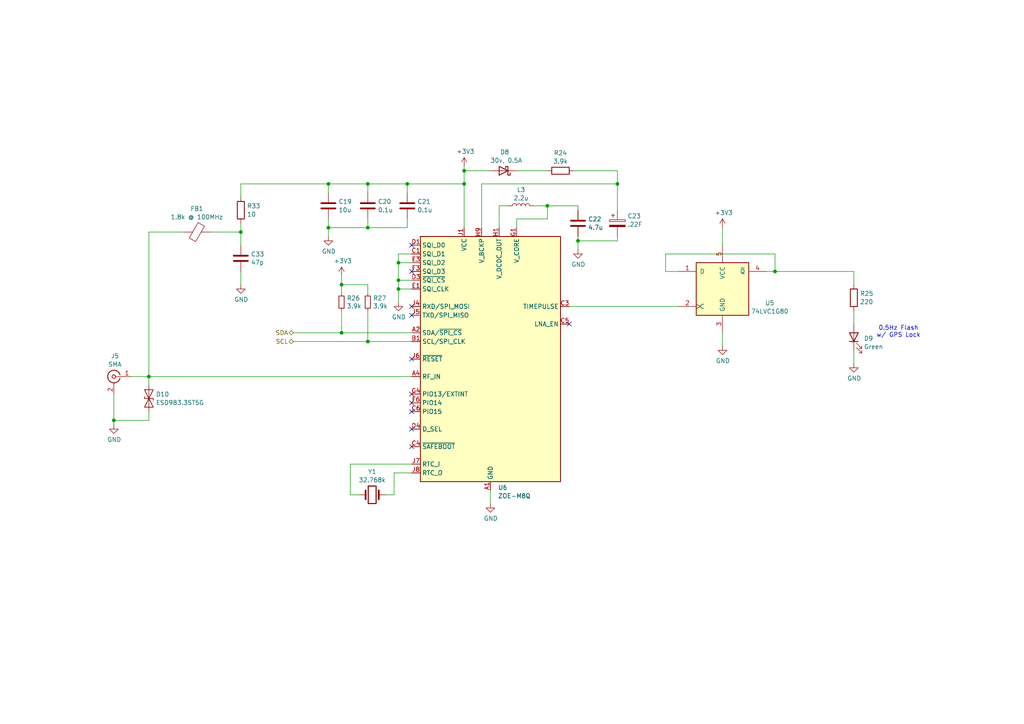
<source format=kicad_sch>
(kicad_sch (version 20231120) (generator "eeschema") (generator_version "8.0")
  (paper "A4")
  (title_block (title "PiDash HAT") (date "2024-04-06") (rev "A") (company "DMS"))
  (lib_symbols
    (symbol "74xGxx:74LVC1G80" (pin_names (offset 1.016))
      (property "Reference" "U" (at -5.08 10.16 0))
      (property "Value" "74LVC1G80" (at 7.62 -10.16 0))
      (symbol "74LVC1G80_0_1"
        (rectangle (start -7.62 7.62) (end 7.62 -7.62) (stroke (width 0.254)) (fill (type background)))
      )
      (symbol "74LVC1G80_1_1"
        (pin input line (at -12.7 5.08 0) (length 5.08) (name "D") (number "1"))
        (pin input clock (at -12.7 -5.08 0) (length 5.08) (name "C") (number "2"))
        (pin power_in line (at 0 -12.7 90) (length 5.08) (name "GND") (number "3"))
        (pin output line (at 12.7 5.08 180) (length 5.08) (name "~{Q}") (number "4"))
        (pin power_in line (at 0 12.7 270) (length 5.08) (name "VCC") (number "5"))
      )
    )
    (symbol "Connector:Conn_Coaxial" (pin_names (offset 1.016) hide)
      (property "Reference" "J" (at 0.254 3.048 0))
      (property "Value" "Conn_Coaxial" (at 2.921 0 90))
      (symbol "Conn_Coaxial_0_1"
        (arc (start -1.778 -0.508) (mid 0.2311 -1.8066) (end 1.778 0) (stroke (width 0.254)))
        (polyline (pts (xy -2.54 0) (xy -0.508 0)))
        (polyline (pts (xy 0 -2.54) (xy 0 -1.778)))
        (circle (center 0 0) (radius 0.508) (stroke (width 0.2032)))
        (arc (start 1.778 0) (mid 0.2099 1.8101) (end -1.778 0.508) (stroke (width 0.254)))
      )
      (symbol "Conn_Coaxial_1_1"
        (pin passive line (at -5.08 0 0) (length 2.54) (name "In") (number "1"))
        (pin passive line (at 0 -5.08 90) (length 2.54) (name "Ext") (number "2"))
      )
    )
    (symbol "Device:C" (pin_numbers hide) (pin_names (offset 0.254))
      (property "Reference" "C" (at 0.635 2.54 0))
      (property "Value" "C" (at 0.635 -2.54 0))
      (symbol "C_0_1"
        (polyline (pts (xy -2.032 -0.762) (xy 2.032 -0.762)) (stroke (width 0.508)))
        (polyline (pts (xy -2.032 0.762) (xy 2.032 0.762)) (stroke (width 0.508)))
      )
      (symbol "C_1_1"
        (pin passive line (at 0 3.81 270) (length 2.794) (name "~") (number "1"))
        (pin passive line (at 0 -3.81 90) (length 2.794) (name "~") (number "2"))
      )
    )
    (symbol "Device:C_Polarized" (pin_numbers hide) (pin_names (offset 0.254))
      (property "Reference" "C" (at 0.635 2.54 0))
      (property "Value" "C_Polarized" (at 0.635 -2.54 0))
      (symbol "C_Polarized_0_1"
        (rectangle (start -2.286 0.508) (end 2.286 1.016))
        (polyline (pts (xy -1.778 2.286) (xy -0.762 2.286)))
        (polyline (pts (xy -1.27 2.794) (xy -1.27 1.778)))
        (rectangle (start 2.286 -0.508) (end -2.286 -1.016) (fill (type outline)))
      )
      (symbol "C_Polarized_1_1"
        (pin passive line (at 0 3.81 270) (length 2.794) (name "~") (number "1"))
        (pin passive line (at 0 -3.81 90) (length 2.794) (name "~") (number "2"))
      )
    )
    (symbol "Device:Crystal" (pin_numbers hide) (pin_names (offset 1.016) hide)
      (property "Reference" "Y" (at 0 3.81 0))
      (property "Value" "Crystal" (at 0 -3.81 0))
      (symbol "Crystal_0_1"
        (rectangle (start -1.143 2.54) (end 1.143 -2.54) (stroke (width 0.3048)))
        (polyline (pts (xy -2.54 0) (xy -1.905 0)))
        (polyline (pts (xy -1.905 -1.27) (xy -1.905 1.27)) (stroke (width 0.508)))
        (polyline (pts (xy 1.905 -1.27) (xy 1.905 1.27)) (stroke (width 0.508)))
        (polyline (pts (xy 2.54 0) (xy 1.905 0)))
      )
      (symbol "Crystal_1_1"
        (pin passive line (at -3.81 0 0) (length 1.27) (name "1") (number "1"))
        (pin passive line (at 3.81 0 180) (length 1.27) (name "2") (number "2"))
      )
    )
    (symbol "Device:D_Schottky" (pin_numbers hide) (pin_names (offset 1.016) hide)
      (property "Reference" "D" (at 0 2.54 0))
      (property "Value" "D_Schottky" (at 0 -2.54 0))
      (symbol "D_Schottky_0_1"
        (polyline (pts (xy 1.27 0) (xy -1.27 0)))
        (polyline (pts (xy 1.27 1.27) (xy 1.27 -1.27) (xy -1.27 0) (xy 1.27 1.27)) (stroke (width 0.254)))
        (polyline (pts (xy -1.905 0.635) (xy -1.905 1.27) (xy -1.27 1.27) (xy -1.27 -1.27) (xy -0.635 -1.27) (xy -0.635 -0.635)) (stroke (width 0.254)))
      )
      (symbol "D_Schottky_1_1"
        (pin passive line (at -3.81 0 0) (length 2.54) (name "K") (number "1"))
        (pin passive line (at 3.81 0 180) (length 2.54) (name "A") (number "2"))
      )
    )
    (symbol "Device:FerriteBead" (pin_numbers hide) (pin_names (offset 0))
      (property "Reference" "FB" (at -3.81 0.635 90))
      (property "Value" "FerriteBead" (at 3.81 0 90))
      (symbol "FerriteBead_0_1"
        (polyline (pts (xy 0 -1.27) (xy 0 -1.2192)))
        (polyline (pts (xy 0 1.27) (xy 0 1.2954)))
        (polyline (pts (xy -2.7686 0.4064) (xy -1.7018 2.2606) (xy 2.7686 -0.3048) (xy 1.6764 -2.159) (xy -2.7686 0.4064)))
      )
      (symbol "FerriteBead_1_1"
        (pin passive line (at 0 3.81 270) (length 2.54) (name "~") (number "1"))
        (pin passive line (at 0 -3.81 90) (length 2.54) (name "~") (number "2"))
      )
    )
    (symbol "Device:L" (pin_numbers hide) (pin_names (offset 1.016) hide)
      (property "Reference" "L" (at -1.27 0 90))
      (property "Value" "L" (at 1.905 0 90))
      (symbol "L_0_1"
        (arc (start 0 -2.54) (mid 0.6323 -1.905) (end 0 -1.27))
        (arc (start 0 -1.27) (mid 0.6323 -0.635) (end 0 0))
        (arc (start 0 0) (mid 0.6323 0.635) (end 0 1.27))
        (arc (start 0 1.27) (mid 0.6323 1.905) (end 0 2.54))
      )
      (symbol "L_1_1"
        (pin passive line (at 0 3.81 270) (length 1.27) (name "1") (number "1"))
        (pin passive line (at 0 -3.81 90) (length 1.27) (name "2") (number "2"))
      )
    )
    (symbol "Device:LED" (pin_numbers hide) (pin_names (offset 1.016) hide)
      (property "Reference" "D" (at 0 2.54 0))
      (property "Value" "LED" (at 0 -2.54 0))
      (symbol "LED_0_1"
        (polyline (pts (xy -1.27 -1.27) (xy -1.27 1.27)) (stroke (width 0.254)))
        (polyline (pts (xy -1.27 0) (xy 1.27 0)))
        (polyline (pts (xy 1.27 -1.27) (xy 1.27 1.27) (xy -1.27 0) (xy 1.27 -1.27)) (stroke (width 0.254)))
        (polyline (pts (xy -3.048 -0.762) (xy -4.572 -2.286) (xy -3.81 -2.286) (xy -4.572 -2.286) (xy -4.572 -1.524)))
        (polyline (pts (xy -1.778 -0.762) (xy -3.302 -2.286) (xy -2.54 -2.286) (xy -3.302 -2.286) (xy -3.302 -1.524)))
      )
      (symbol "LED_1_1"
        (pin passive line (at -3.81 0 0) (length 2.54) (name "K") (number "1"))
        (pin passive line (at 3.81 0 180) (length 2.54) (name "A") (number "2"))
      )
    )
    (symbol "Device:R" (pin_numbers hide) (pin_names (offset 0))
      (property "Reference" "R" (at 2.032 0 90))
      (property "Value" "R" (at 0 0 90))
      (symbol "R_0_1"
        (rectangle (start -1.016 -2.54) (end 1.016 2.54) (stroke (width 0.254)))
      )
      (symbol "R_1_1"
        (pin passive line (at 0 3.81 270) (length 1.27) (name "~") (number "1"))
        (pin passive line (at 0 -3.81 90) (length 1.27) (name "~") (number "2"))
      )
    )
    (symbol "Device:R_Small" (pin_numbers hide) (pin_names (offset 0.254) hide)
      (property "Reference" "R" (at 0.762 0.508 0))
      (property "Value" "R_Small" (at 0.762 -1.016 0))
      (symbol "R_Small_0_1"
        (rectangle (start -0.762 1.778) (end 0.762 -1.778) (stroke (width 0.2032)))
      )
      (symbol "R_Small_1_1"
        (pin passive line (at 0 2.54 270) (length 0.762) (name "~") (number "1"))
        (pin passive line (at 0 -2.54 90) (length 0.762) (name "~") (number "2"))
      )
    )
    (symbol "Diode:ESD9B3.3ST5G" (pin_numbers hide) (pin_names (offset 1.016) hide)
      (property "Reference" "D" (at 0 2.54 0))
      (property "Value" "ESD9B3.3ST5G" (at 0 -2.54 0))
      (symbol "ESD9B3.3ST5G_0_1"
        (polyline (pts (xy 1.27 0) (xy -1.27 0)))
        (polyline (pts (xy -2.54 -1.27) (xy 0 0) (xy -2.54 1.27) (xy -2.54 -1.27)) (stroke (width 0.2032)))
        (polyline (pts (xy 0.508 1.27) (xy 0 1.27) (xy 0 -1.27) (xy -0.508 -1.27)) (stroke (width 0.2032)))
        (polyline (pts (xy 2.54 1.27) (xy 2.54 -1.27) (xy 0 0) (xy 2.54 1.27)) (stroke (width 0.2032)))
      )
      (symbol "ESD9B3.3ST5G_1_1"
        (pin passive line (at -3.81 0 0) (length 2.54) (name "A1") (number "1"))
        (pin passive line (at 3.81 0 180) (length 2.54) (name "A2") (number "2"))
      )
    )
    (symbol "RF_GPS:ZOE-M8Q"
      (property "Reference" "U" (at -19.05 39.37 0))
      (property "Value" "ZOE-M8Q" (at -19.05 36.83 0))
      (symbol "ZOE-M8Q_1_1"
        (rectangle (start -20.32 35.56) (end 20.32 -35.56) (stroke (width 0.254)) (fill (type background)))
        (pin power_in line (at 0 -38.1 90) (length 2.54) (name "GND") (number "A1"))
        (pin bidirectional line (at -22.86 7.62 0) (length 2.54) (name "SDA/~{SPI_CS}") (number "A2"))
        (pin passive line (at 0 -38.1 90) (length 2.54) hide (name "GND") (number "A3"))
        (pin input line (at -22.86 -5.08 0) (length 2.54) (name "RF_IN") (number "A4"))
        (pin passive line (at 0 -38.1 90) (length 2.54) hide (name "GND") (number "A5"))
        (pin no_connect line (at 20.32 0 180) (length 2.54) hide (name "Reserved") (number "A6"))
        (pin passive line (at 0 -38.1 90) (length 2.54) hide (name "GND") (number "A7"))
        (pin passive line (at 0 -38.1 90) (length 2.54) hide (name "GND") (number "A8"))
        (pin passive line (at 0 -38.1 90) (length 2.54) hide (name "GND") (number "A9"))
        (pin input line (at -22.86 5.08 0) (length 2.54) (name "SCL/SPI_CLK") (number "B1"))
        (pin passive line (at 0 -38.1 90) (length 2.54) hide (name "GND") (number "B9"))
        (pin input line (at -22.86 30.48 0) (length 2.54) (name "SQI_D1") (number "C1"))
        (pin output line (at 22.86 15.24 180) (length 2.54) (name "TIMEPULSE") (number "C3"))
        (pin input line (at -22.86 -25.4 0) (length 2.54) (name "~{SAFEBOOT}") (number "C4"))
        (pin output line (at 22.86 10.16 180) (length 2.54) (name "LNA_EN") (number "C5"))
        (pin bidirectional line (at -22.86 -15.24 0) (length 2.54) (name "PIO15") (number "C6"))
        (pin passive line (at 0 -38.1 90) (length 2.54) hide (name "GND") (number "C7"))
        (pin passive line (at 0 -38.1 90) (length 2.54) hide (name "GND") (number "C9"))
        (pin bidirectional line (at -22.86 33.02 0) (length 2.54) (name "SQI_D0") (number "D1"))
        (pin bidirectional line (at -22.86 22.86 0) (length 2.54) (name "~{SQI_CS}") (number "D3"))
        (pin input line (at -22.86 -20.32 0) (length 2.54) (name "D_SEL") (number "D4"))
        (pin passive line (at 0 -38.1 90) (length 2.54) hide (name "GND") (number "D6"))
        (pin passive line (at 0 -38.1 90) (length 2.54) hide (name "GND") (number "D9"))
        (pin bidirectional line (at -22.86 20.32 0) (length 2.54) (name "SQI_CLK") (number "E1"))
        (pin bidirectional line (at -22.86 27.94 0) (length 2.54) (name "SQI_D2") (number "E3"))
        (pin passive line (at 0 -38.1 90) (length 2.54) hide (name "GND") (number "E7"))
        (pin no_connect line (at 20.32 -5.08 180) (length 2.54) hide (name "Reserved") (number "E9"))
        (pin no_connect line (at 20.32 -10.16 180) (length 2.54) hide (name "Reserved") (number "F1"))
        (pin bidirectional line (at -22.86 25.4 0) (length 2.54) (name "SQI_D3") (number "F3"))
        (pin no_connect line (at 20.32 -15.24 180) (length 2.54) hide (name "Reserved") (number "F4"))
        (pin bidirectional line (at -22.86 -12.7 0) (length 2.54) (name "PIO14") (number "F6"))
        (pin passive line (at 0 -38.1 90) (length 2.54) hide (name "GND") (number "F7"))
        (pin no_connect line (at 20.32 -20.32 180) (length 2.54) hide (name "Reserved") (number "F9"))
        (pin power_in line (at 7.62 38.1 270) (length 2.54) (name "V_CORE") (number "G1"))
        (pin passive line (at 0 -38.1 90) (length 2.54) hide (name "GND") (number "G3"))
        (pin input line (at -22.86 -10.16 0) (length 2.54) (name "PIO13/EXTINT") (number "G4"))
        (pin no_connect line (at 20.32 -25.4 180) (length 2.54) hide (name "Reserved") (number "G5"))
        (pin passive line (at 0 -38.1 90) (length 2.54) hide (name "GND") (number "G6"))
        (pin passive line (at 0 -38.1 90) (length 2.54) hide (name "GND") (number "G7"))
        (pin no_connect line (at 20.32 -30.48 180) (length 2.54) hide (name "Reserved") (number "G9"))
        (pin power_out line (at 2.54 38.1 270) (length 2.54) (name "V_DCDC_OUT") (number "H1"))
        (pin power_in line (at -2.54 38.1 270) (length 2.54) (name "V_BCKP") (number "H9"))
        (pin power_in line (at -7.62 38.1 270) (length 2.54) (name "VCC") (number "J1"))
        (pin passive line (at -7.62 38.1 270) (length 2.54) hide (name "VCC") (number "J2"))
        (pin passive line (at 0 -38.1 90) (length 2.54) hide (name "GND") (number "J3"))
        (pin input line (at -22.86 15.24 0) (length 2.54) (name "RXD/SPI_MOSI") (number "J4"))
        (pin output line (at -22.86 12.7 0) (length 2.54) (name "TXD/SPI_MISO") (number "J5"))
        (pin input line (at -22.86 0 0) (length 2.54) (name "~{RESET}") (number "J6"))
        (pin input line (at -22.86 -30.48 0) (length 2.54) (name "RTC_I") (number "J7"))
        (pin output line (at -22.86 -33.02 0) (length 2.54) (name "RTC_O") (number "J8"))
        (pin passive line (at 0 -38.1 90) (length 2.54) hide (name "GND") (number "J9"))
      )
    )
    (symbol "power:+3.3V" (power) (pin_names (offset 0))
      (property "Value" "+3.3V" (at 0 3.556 0))
      (symbol "+3.3V_0_1"
        (polyline (pts (xy -0.762 1.27) (xy 0 2.54)))
        (polyline (pts (xy 0 0) (xy 0 2.54)))
        (polyline (pts (xy 0 2.54) (xy 0.762 1.27)))
      )
      (symbol "+3.3V_1_1"
        (pin power_in line (at 0 0 90) (length 0) hide (name "+3V3") (number "1"))
      )
    )
    (symbol "power:GND" (power) (pin_names (offset 0))
      (property "Value" "GND" (at 0 -3.81 0))
      (symbol "GND_0_1"
        (polyline (pts (xy 0 0) (xy 0 -1.27) (xy 1.27 -1.27) (xy 0 -2.54) (xy -1.27 -1.27) (xy 0 -1.27)))
      )
      (symbol "GND_1_1"
        (pin power_in line (at 0 0 270) (length 0) hide (name "GND") (number "1"))
      )
    )
  )
  (junction (at 134.62 53.34))
  (junction (at 115.57 83.82))
  (junction (at 106.68 66.04))
  (junction (at 106.68 53.34))
  (junction (at 158.75 59.69))
  (junction (at 115.57 76.2))
  (junction (at 99.06 82.55))
  (junction (at 134.62 49.53))
  (junction (at 115.57 81.28))
  (junction (at 167.64 69.85))
  (junction (at 33.02 121.92))
  (junction (at 43.18 109.22))
  (junction (at 224.79 78.74))
  (junction (at 179.07 53.34))
  (junction (at 69.85 67.31))
  (junction (at 95.25 66.04))
  (junction (at 95.25 53.34))
  (junction (at 118.11 53.34))
  (junction (at 99.06 96.52))
  (junction (at 106.68 99.06))
  (no_connect (at 119.38 124.46))
  (no_connect (at 165.1 93.98))
  (no_connect (at 119.38 78.74))
  (no_connect (at 119.38 129.54))
  (no_connect (at 119.38 91.44))
  (no_connect (at 119.38 114.3))
  (no_connect (at 119.38 119.38))
  (no_connect (at 119.38 88.9))
  (no_connect (at 119.38 104.14))
  (no_connect (at 119.38 71.12))
  (no_connect (at 119.38 116.84))
  (wire (pts (xy 38.1 109.22) (xy 43.18 109.22)))
  (wire (pts (xy 69.85 78.74) (xy 69.85 82.55)))
  (wire (pts (xy 95.25 53.34) (xy 106.68 53.34)))
  (wire (pts (xy 95.25 55.88) (xy 95.25 53.34)))
  (wire (pts (xy 224.79 73.66) (xy 193.04 73.66)))
  (wire (pts (xy 224.79 78.74) (xy 224.79 73.66)))
  (wire (pts (xy 106.68 66.04) (xy 95.25 66.04)))
  (wire (pts (xy 99.06 90.17) (xy 99.06 96.52)))
  (wire (pts (xy 115.57 83.82) (xy 115.57 87.63)))
  (wire (pts (xy 33.02 121.92) (xy 33.02 123.19)))
  (wire (pts (xy 101.6 143.51) (xy 104.14 143.51)))
  (wire (pts (xy 60.96 67.31) (xy 69.85 67.31)))
  (wire (pts (xy 99.06 96.52) (xy 119.38 96.52)))
  (wire (pts (xy 247.65 90.17) (xy 247.65 93.98)))
  (wire (pts (xy 247.65 101.6) (xy 247.65 105.41)))
  (wire (pts (xy 193.04 78.74) (xy 196.85 78.74)))
  (wire (pts (xy 167.64 68.58) (xy 167.64 69.85)))
  (wire (pts (xy 119.38 73.66) (xy 115.57 73.66)))
  (wire (pts (xy 95.25 66.04) (xy 95.25 68.58)))
  (wire (pts (xy 142.24 142.24) (xy 142.24 146.05)))
  (wire (pts (xy 149.86 66.04) (xy 149.86 63.5)))
  (wire (pts (xy 111.76 143.51) (xy 114.3 143.51)))
  (wire (pts (xy 118.11 66.04) (xy 118.11 63.5)))
  (wire (pts (xy 167.64 60.96) (xy 167.64 59.69)))
  (wire (pts (xy 43.18 119.38) (xy 43.18 121.92)))
  (wire (pts (xy 43.18 121.92) (xy 33.02 121.92)))
  (wire (pts (xy 167.64 59.69) (xy 158.75 59.69)))
  (wire (pts (xy 224.79 78.74) (xy 247.65 78.74)))
  (wire (pts (xy 118.11 53.34) (xy 118.11 55.88)))
  (wire (pts (xy 222.25 78.74) (xy 224.79 78.74)))
  (wire (pts (xy 134.62 49.53) (xy 134.62 53.34)))
  (wire (pts (xy 115.57 76.2) (xy 119.38 76.2)))
  (wire (pts (xy 149.86 49.53) (xy 158.75 49.53)))
  (wire (pts (xy 165.1 88.9) (xy 196.85 88.9)))
  (wire (pts (xy 106.68 85.09) (xy 106.68 82.55)))
  (wire (pts (xy 139.7 66.04) (xy 139.7 53.34)))
  (wire (pts (xy 53.34 67.31) (xy 43.18 67.31)))
  (wire (pts (xy 43.18 109.22) (xy 43.18 111.76)))
  (wire (pts (xy 114.3 143.51) (xy 114.3 137.16)))
  (wire (pts (xy 158.75 59.69) (xy 154.94 59.69)))
  (wire (pts (xy 106.68 63.5) (xy 106.68 66.04)))
  (wire (pts (xy 85.09 96.52) (xy 99.06 96.52)))
  (wire (pts (xy 101.6 134.62) (xy 101.6 143.51)))
  (wire (pts (xy 115.57 81.28) (xy 119.38 81.28)))
  (wire (pts (xy 209.55 96.52) (xy 209.55 100.33)))
  (wire (pts (xy 106.68 90.17) (xy 106.68 99.06)))
  (wire (pts (xy 106.68 53.34) (xy 118.11 53.34)))
  (wire (pts (xy 85.09 99.06) (xy 106.68 99.06)))
  (wire (pts (xy 193.04 73.66) (xy 193.04 78.74)))
  (wire (pts (xy 106.68 99.06) (xy 119.38 99.06)))
  (wire (pts (xy 209.55 66.04) (xy 209.55 71.12)))
  (wire (pts (xy 115.57 73.66) (xy 115.57 76.2)))
  (wire (pts (xy 144.78 59.69) (xy 144.78 66.04)))
  (wire (pts (xy 95.25 63.5) (xy 95.25 66.04)))
  (wire (pts (xy 119.38 134.62) (xy 101.6 134.62)))
  (wire (pts (xy 139.7 53.34) (xy 179.07 53.34)))
  (wire (pts (xy 115.57 76.2) (xy 115.57 81.28)))
  (wire (pts (xy 134.62 49.53) (xy 142.24 49.53)))
  (wire (pts (xy 167.64 69.85) (xy 167.64 72.39)))
  (wire (pts (xy 118.11 53.34) (xy 134.62 53.34)))
  (wire (pts (xy 114.3 137.16) (xy 119.38 137.16)))
  (wire (pts (xy 149.86 63.5) (xy 158.75 63.5)))
  (wire (pts (xy 134.62 48.26) (xy 134.62 49.53)))
  (wire (pts (xy 158.75 63.5) (xy 158.75 59.69)))
  (wire (pts (xy 43.18 67.31) (xy 43.18 109.22)))
  (wire (pts (xy 69.85 67.31) (xy 69.85 71.12)))
  (wire (pts (xy 147.32 59.69) (xy 144.78 59.69)))
  (wire (pts (xy 69.85 53.34) (xy 95.25 53.34)))
  (wire (pts (xy 179.07 49.53) (xy 179.07 53.34)))
  (wire (pts (xy 247.65 78.74) (xy 247.65 82.55)))
  (wire (pts (xy 166.37 49.53) (xy 179.07 49.53)))
  (wire (pts (xy 179.07 53.34) (xy 179.07 60.96)))
  (wire (pts (xy 99.06 80.01) (xy 99.06 82.55)))
  (wire (pts (xy 106.68 66.04) (xy 118.11 66.04)))
  (wire (pts (xy 69.85 64.77) (xy 69.85 67.31)))
  (wire (pts (xy 99.06 82.55) (xy 99.06 85.09)))
  (wire (pts (xy 115.57 81.28) (xy 115.57 83.82)))
  (wire (pts (xy 106.68 82.55) (xy 99.06 82.55)))
  (wire (pts (xy 115.57 83.82) (xy 119.38 83.82)))
  (wire (pts (xy 43.18 109.22) (xy 119.38 109.22)))
  (wire (pts (xy 69.85 57.15) (xy 69.85 53.34)))
  (wire (pts (xy 179.07 68.58) (xy 179.07 69.85)))
  (wire (pts (xy 33.02 114.3) (xy 33.02 121.92)))
  (wire (pts (xy 106.68 53.34) (xy 106.68 55.88)))
  (wire (pts (xy 134.62 53.34) (xy 134.62 66.04)))
  (wire (pts (xy 167.64 69.85) (xy 179.07 69.85)))
  (text "0.5Hz Flash\nw/ GPS Lock" (at 260.604 96.266 0) (effects (font (size 1.27 1.27))))
  (hierarchical_label "SCL" (shape bidirectional) (at 85.09 99.06 180))
  (hierarchical_label "SDA" (shape bidirectional) (at 85.09 96.52 180))
  (symbol (lib_id "Device:R") (at 69.85 60.96 0) (unit 1)
    (property "Reference" "R33" (at 71.628 59.7478 0) (effects (justify left)))
    (property "Value" "10" (at 71.628 62.1721 0) (effects (justify left)))
    (property "Footprint" "Resistor_SMD:R_0603_1608Metric_Pad0.98x0.95mm_HandSolder" (effects (hide yes)))
    (property "Description" "Resistor" (effects (hide yes)))
  )
  (symbol (lib_id "Device:R_Small") (at 99.06 87.63 0) (unit 1)
    (property "Reference" "R26" (at 100.5586 86.487 0) (effects (justify left)))
    (property "Value" "3.9k" (at 100.5587 88.7793 0) (effects (justify left)))
    (property "Footprint" "Resistor_SMD:R_0603_1608Metric_Pad0.98x0.95mm_HandSolder" (effects (hide yes)))
  )
  (symbol (lib_id "Device:L") (at 151.13 59.69 90) (unit 1)
    (property "Reference" "L3" (at 151.13 55.0402 90))
    (property "Value" "2.2u" (at 151.13 57.4645 90))
    (property "Footprint" "Inductor_SMD:L_0805_2012Metric_Pad1.15x1.40mm_HandSolder" (effects (hide yes)))
    (property "Description" "Inductor" (effects (hide yes)))
    (property "Mfg Part Number" " LQM2MPN2R2NG0L" (effects (hide yes)))
  )
  (symbol (lib_id "power:GND") (at 209.55 100.33 0) (unit 1)
    (property "Reference" "#PWR028" (effects (hide yes)))
    (property "Value" "GND" (at 209.6643 104.6544 0))
  )
  (symbol (lib_id "power:+3.3V") (at 99.06 80.01 0) (unit 1)
    (property "Reference" "#PWR026" (effects (hide yes)))
    (property "Value" "+3V3" (at 99.4283 75.6856 0))
  )
  (symbol (lib_id "power:GND") (at 142.24 146.05 0) (unit 1)
    (property "Reference" "#PWR031" (effects (hide yes)))
    (property "Value" "GND" (at 142.3543 150.3744 0))
  )
  (symbol (lib_id "Device:Crystal") (at 107.95 143.51 0) (unit 1)
    (property "Reference" "Y1" (at 107.95 136.8001 0))
    (property "Value" "32.768k" (at 107.95 139.2244 0))
    (property "Footprint" "Crystal:Crystal_SMD_2012-2Pin_2.0x1.2mm_HandSoldering" (effects (hide yes)))
    (property "Description" "Two pin crystal" (effects (hide yes)))
    (property "Mfg Part Number" "CM8V-T1A-32.768kHz-12.5pF-20PPM-TA-QC" (effects (hide yes)))
  )
  (symbol (lib_id "RF_GPS:ZOE-M8Q") (at 142.24 104.14 0) (unit 1)
    (property "Reference" "U6" (at 144.4341 141.4201 0) (effects (justify left)))
    (property "Value" "ZOE-M8Q" (at 144.4341 143.8444 0) (effects (justify left)))
    (property "Footprint" "RF_GPS:ublox_ZOE_M8" (effects (hide yes)))
    (property "Datasheet" "https://content.u-blox.com/sites/default/files/ZOE-M8_HIM_UBX-16030136.pdf" (effects (hide yes)))
    (property "Description" "ultra small GNSS  module IC, SiP" (effects (hide yes)))
    (property "Mfg Part Number" "ZOE-M8Q-0" (effects (hide yes)))
  )
  (symbol (lib_id "Connector:Conn_Coaxial") (at 33.02 109.22 0) (mirror y) (unit 1)
    (property "Reference" "J5" (at 33.3374 103.2489 0))
    (property "Value" "SMA" (at 33.3374 105.6732 0))
    (property "Footprint" "Connector_Coaxial:SMA_Amphenol_132289_EdgeMount" (effects (hide yes)))
    (property "Datasheet" " ~" (effects (hide yes)))
    (property "Description" "coaxial connector (BNC, SMA, SMB, SMC, Cinch/RCA, LEMO, ...)" (effects (hide yes)))
    (property "Mfg Part Number" "132289" (effects (hide yes)))
  )
  (symbol (lib_id "power:GND") (at 69.85 82.55 0) (unit 1)
    (property "Reference" "#PWR050" (effects (hide yes)))
    (property "Value" "GND" (at 69.9643 86.8744 0))
  )
  (symbol (lib_id "power:GND") (at 247.65 105.41 0) (unit 1)
    (property "Reference" "#PWR029" (effects (hide yes)))
    (property "Value" "GND" (at 247.7643 109.7344 0))
  )
  (symbol (lib_id "power:GND") (at 167.64 72.39 0) (unit 1)
    (property "Reference" "#PWR025" (effects (hide yes)))
    (property "Value" "GND" (at 167.7543 76.7144 0))
  )
  (symbol (lib_id "Device:C") (at 95.25 59.69 0) (unit 1)
    (property "Reference" "C19" (at 98.171 58.4778 0) (effects (justify left)))
    (property "Value" "10u" (at 98.171 60.9021 0) (effects (justify left)))
    (property "Footprint" "Capacitor_SMD:C_1206_3216Metric_Pad1.33x1.80mm_HandSolder" (effects (hide yes)))
    (property "Description" "Unpolarized capacitor" (effects (hide yes)))
    (property "Mfg Part Number" "CGA5L1X7R1C106K160AC" (effects (hide yes)))
  )
  (symbol (lib_id "Device:C") (at 167.64 64.77 0) (unit 1)
    (property "Reference" "C22" (at 170.561 63.5578 0) (effects (justify left)))
    (property "Value" "4.7u" (at 170.561 65.9821 0) (effects (justify left)))
    (property "Footprint" "Capacitor_SMD:C_0603_1608Metric_Pad1.08x0.95mm_HandSolder" (effects (hide yes)))
    (property "Description" "Unpolarized capacitor" (effects (hide yes)))
    (property "Mfg Part Number" "GCJ188C70J475KE02D" (effects (hide yes)))
  )
  (symbol (lib_id "Device:D_Schottky") (at 146.05 49.53 180) (unit 1)
    (property "Reference" "D8" (at 146.3675 44.1155 0))
    (property "Value" " 30v, 0.5A" (at 146.3675 46.5398 0))
    (property "Footprint" "Diode_SMD:D_SOD-323_HandSoldering" (effects (hide yes)))
    (property "Description" "Schottky diode" (effects (hide yes)))
    (property "Mfg Part Number" "RSX051VYM30FHTR" (effects (hide yes)))
  )
  (symbol (lib_id "power:GND") (at 95.25 68.58 0) (unit 1)
    (property "Reference" "#PWR024" (effects (hide yes)))
    (property "Value" "GND" (at 95.3643 72.9044 0))
  )
  (symbol (lib_id "power:+3.3V") (at 134.62 48.26 0) (unit 1)
    (property "Reference" "#PWR022" (effects (hide yes)))
    (property "Value" "+3V3" (at 134.9883 43.9356 0))
  )
  (symbol (lib_id "74xGxx:74LVC1G80") (at 209.55 83.82 0) (unit 1)
    (property "Reference" "U5" (at 223.266 87.884 0))
    (property "Value" "74LVC1G80" (at 223.266 90.3083 0))
    (property "Footprint" "Package_TO_SOT_SMD:SOT-353_SC-70-5_Handsoldering" (effects (hide yes)))
    (property "Datasheet" "http://www.ti.com/lit/sg/scyt129e/scyt129e.pdf" (effects (hide yes)))
    (property "Description" "Single D Flip-Flop, Inverted Output, Low-Voltage CMOS" (effects (hide yes)))
    (property "Mfg Part Number" "74LVC1G80GW,125" (effects (hide yes)))
  )
  (symbol (lib_id "Device:FerriteBead") (at 57.15 67.31 90) (unit 1)
    (property "Reference" "FB1" (at 57.0992 60.5239 90))
    (property "Value" "1.8k @ 100MHz" (at 57.0992 62.9482 90))
    (property "Footprint" "Inductor_SMD:L_0402_1005Metric_Pad0.77x0.64mm_HandSolder" (effects (hide yes)))
    (property "Description" "Ferrite bead" (effects (hide yes)))
    (property "Mfg Part Number" "BLM15HD182SN1D" (effects (hide yes)))
  )
  (symbol (lib_id "Device:LED") (at 247.65 97.79 90) (unit 1)
    (property "Reference" "D9" (at 250.571 98.1653 90) (effects (justify right)))
    (property "Value" "Green" (at 250.571 100.5896 90) (effects (justify right)))
    (property "Footprint" "LED_SMD:LED_0603_1608Metric_Pad1.05x0.95mm_HandSolder" (effects (hide yes)))
    (property "Description" "Light emitting diode" (effects (hide yes)))
    (property "Mfg Part Number" " HSMG-C190" (effects (hide yes)))
  )
  (symbol (lib_id "Device:C") (at 106.68 59.69 0) (unit 1)
    (property "Reference" "C20" (at 109.601 58.4778 0) (effects (justify left)))
    (property "Value" "0.1u" (at 109.601 60.9021 0) (effects (justify left)))
    (property "Footprint" "Capacitor_SMD:C_0603_1608Metric_Pad1.08x0.95mm_HandSolder" (effects (hide yes)))
    (property "Description" "Unpolarized capacitor" (effects (hide yes)))
    (property "Mfg Part Number" "CGA3E2X8R1E104K080AA" (effects (hide yes)))
  )
  (symbol (lib_id "Device:R_Small") (at 106.68 87.63 0) (unit 1)
    (property "Reference" "R27" (at 108.1786 86.487 0) (effects (justify left)))
    (property "Value" "3.9k" (at 108.1787 88.7793 0) (effects (justify left)))
    (property "Footprint" "Resistor_SMD:R_0603_1608Metric_Pad0.98x0.95mm_HandSolder" (effects (hide yes)))
  )
  (symbol (lib_id "power:GND") (at 33.02 123.19 0) (unit 1)
    (property "Reference" "#PWR030" (effects (hide yes)))
    (property "Value" "GND" (at 33.1343 127.5144 0))
  )
  (symbol (lib_id "Device:C") (at 69.85 74.93 0) (unit 1)
    (property "Reference" "C33" (at 72.771 73.7178 0) (effects (justify left)))
    (property "Value" "47p" (at 72.771 76.1421 0) (effects (justify left)))
    (property "Footprint" "Capacitor_SMD:C_0603_1608Metric_Pad1.08x0.95mm_HandSolder" (effects (hide yes)))
    (property "Description" "Unpolarized capacitor" (effects (hide yes)))
  )
  (symbol (lib_id "power:+3.3V") (at 209.55 66.04 0) (unit 1)
    (property "Reference" "#PWR023" (effects (hide yes)))
    (property "Value" "+3V3" (at 209.9183 61.7156 0))
  )
  (symbol (lib_id "Device:C_Polarized") (at 179.07 64.77 0) (unit 1)
    (property "Reference" "C23" (at 181.991 62.6688 0) (effects (justify left)))
    (property "Value" ".22F" (at 181.991 65.0931 0) (effects (justify left)))
    (property "Footprint" "Capacitor_THT:DX_5R5HxxxxU_D11.5mm_P10.00mm" (effects (hide yes)))
    (property "Description" "Polarized capacitor" (effects (hide yes)))
    (property "Mfg Part Number" "EDS224Z3R6H" (effects (hide yes)))
  )
  (symbol (lib_id "Device:C") (at 118.11 59.69 0) (unit 1)
    (property "Reference" "C21" (at 121.031 58.4778 0) (effects (justify left)))
    (property "Value" "0.1u" (at 121.031 60.9021 0) (effects (justify left)))
    (property "Footprint" "Capacitor_SMD:C_0603_1608Metric_Pad1.08x0.95mm_HandSolder" (effects (hide yes)))
    (property "Description" "Unpolarized capacitor" (effects (hide yes)))
    (property "Mfg Part Number" "CGA3E2X8R1E104K080AA" (effects (hide yes)))
  )
  (symbol (lib_id "Device:R") (at 247.65 86.36 0) (unit 1)
    (property "Reference" "R25" (at 249.428 85.1478 0) (effects (justify left)))
    (property "Value" "220" (at 249.428 87.5721 0) (effects (justify left)))
    (property "Footprint" "Resistor_SMD:R_0603_1608Metric_Pad0.98x0.95mm_HandSolder" (effects (hide yes)))
    (property "Description" "Resistor" (effects (hide yes)))
  )
  (symbol (lib_id "Device:R") (at 162.56 49.53 90) (unit 1)
    (property "Reference" "R24" (at 162.56 44.3695 90))
    (property "Value" "3.9k" (at 162.56 46.7938 90))
    (property "Footprint" "Resistor_SMD:R_0603_1608Metric_Pad0.98x0.95mm_HandSolder" (effects (hide yes)))
    (property "Description" "Resistor" (effects (hide yes)))
  )
  (symbol (lib_id "power:GND") (at 115.57 87.63 0) (unit 1)
    (property "Reference" "#PWR027" (effects (hide yes)))
    (property "Value" "GND" (at 115.6843 91.9544 0))
  )
  (symbol (lib_id "Diode:ESD9B3.3ST5G") (at 43.18 115.57 90) (unit 1)
    (property "Reference" "D10" (at 45.1866 114.3578 90) (effects (justify right)))
    (property "Value" "ESD9B3.3ST5G" (at 45.1866 116.7821 90) (effects (justify right)))
    (property "Footprint" "Diode_SMD:D_SOD-923" (effects (hide yes)))
    (property "Datasheet" "https://www.onsemi.com/pub/Collateral/ESD9B-D.PDF" (effects (hide yes)))
    (property "Description" "ESD protection diode, 3.3Vrwm, SOD-923" (effects (hide yes)))
    (property "Mfg Part Number" "ESD9R3.3ST5G" (effects (hide yes)))
  )
)
</source>
